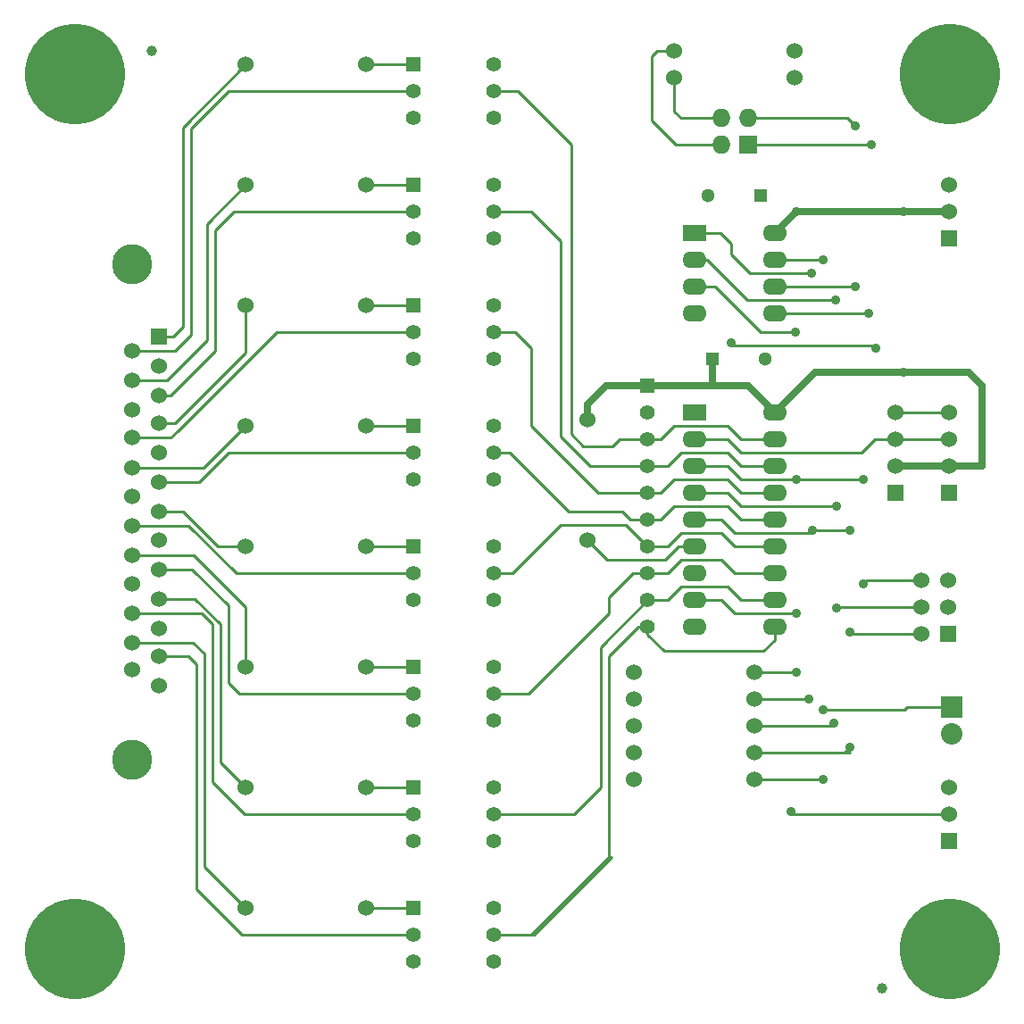
<source format=gtl>
G04 #@! TF.FileFunction,Copper,L1,Top,Signal*
%FSLAX46Y46*%
G04 Gerber Fmt 4.6, Leading zero omitted, Abs format (unit mm)*
G04 Created by KiCad (PCBNEW (after 2015-mar-04 BZR unknown)-product) date 4/26/2015 2:57:46 PM*
%MOMM*%
G01*
G04 APERTURE LIST*
%ADD10C,0.150000*%
%ADD11C,1.524000*%
%ADD12R,1.397000X1.397000*%
%ADD13C,1.397000*%
%ADD14C,3.810000*%
%ADD15R,1.524000X1.524000*%
%ADD16C,1.000000*%
%ADD17C,9.525000*%
%ADD18R,2.032000X2.032000*%
%ADD19O,2.032000X2.032000*%
%ADD20R,1.727200X1.727200*%
%ADD21O,1.727200X1.727200*%
%ADD22R,1.300000X1.300000*%
%ADD23C,1.300000*%
%ADD24R,2.286000X1.574800*%
%ADD25O,2.286000X1.574800*%
%ADD26C,0.889000*%
%ADD27C,0.254000*%
%ADD28C,0.635000*%
G04 APERTURE END LIST*
D10*
D11*
X177225000Y-142230000D03*
X188655000Y-142230000D03*
X177225000Y-165090000D03*
X188655000Y-165090000D03*
X177225000Y-153660000D03*
X188655000Y-153660000D03*
X177225000Y-130800000D03*
X188655000Y-130800000D03*
X177225000Y-119370000D03*
X188655000Y-119370000D03*
X177225000Y-107940000D03*
X188655000Y-107940000D03*
X177225000Y-96510000D03*
X188655000Y-96510000D03*
X177225000Y-85080000D03*
X188655000Y-85080000D03*
D12*
X193100000Y-85080000D03*
D13*
X193100000Y-87620000D03*
X193100000Y-90160000D03*
X200720000Y-90160000D03*
X200720000Y-87620000D03*
X200720000Y-85080000D03*
D12*
X193100000Y-165090000D03*
D13*
X193100000Y-167630000D03*
X193100000Y-170170000D03*
X200720000Y-170170000D03*
X200720000Y-167630000D03*
X200720000Y-165090000D03*
D12*
X193100000Y-153660000D03*
D13*
X193100000Y-156200000D03*
X193100000Y-158740000D03*
X200720000Y-158740000D03*
X200720000Y-156200000D03*
X200720000Y-153660000D03*
D12*
X193100000Y-142230000D03*
D13*
X193100000Y-144770000D03*
X193100000Y-147310000D03*
X200720000Y-147310000D03*
X200720000Y-144770000D03*
X200720000Y-142230000D03*
D12*
X193100000Y-130800000D03*
D13*
X193100000Y-133340000D03*
X193100000Y-135880000D03*
X200720000Y-135880000D03*
X200720000Y-133340000D03*
X200720000Y-130800000D03*
D12*
X193100000Y-119370000D03*
D13*
X193100000Y-121910000D03*
X193100000Y-124450000D03*
X200720000Y-124450000D03*
X200720000Y-121910000D03*
X200720000Y-119370000D03*
D12*
X193100000Y-107940000D03*
D13*
X193100000Y-110480000D03*
X193100000Y-113020000D03*
X200720000Y-113020000D03*
X200720000Y-110480000D03*
X200720000Y-107940000D03*
D12*
X193100000Y-96510000D03*
D13*
X193100000Y-99050000D03*
X193100000Y-101590000D03*
X200720000Y-101590000D03*
X200720000Y-99050000D03*
X200720000Y-96510000D03*
D14*
X166430000Y-104005000D03*
X166430000Y-150995000D03*
D11*
X168970000Y-144010000D03*
X168970000Y-141216000D03*
X168970000Y-138549000D03*
X168970000Y-135755000D03*
X168970000Y-132961000D03*
X168970000Y-130167000D03*
X168970000Y-127500000D03*
X168970000Y-124706000D03*
X168970000Y-121912000D03*
X168970000Y-119118000D03*
X168970000Y-116451000D03*
X168970000Y-113657000D03*
D15*
X168970000Y-110863000D03*
D11*
X166430000Y-142435200D03*
X166430000Y-139895200D03*
X166430000Y-137101200D03*
X166430000Y-134358000D03*
X166430000Y-131614800D03*
X166430000Y-128820800D03*
X166430000Y-126077600D03*
X166430000Y-123334400D03*
X166430000Y-120489600D03*
X166430000Y-117797200D03*
X166430000Y-115054000D03*
X166430000Y-112260000D03*
D15*
X243840000Y-139065000D03*
D11*
X241300000Y-139065000D03*
X243840000Y-136525000D03*
X241300000Y-136525000D03*
X243840000Y-133985000D03*
X241300000Y-133985000D03*
D12*
X215325000Y-115560000D03*
D13*
X215325000Y-118100000D03*
X215325000Y-120640000D03*
X215325000Y-123180000D03*
X215325000Y-125720000D03*
X215325000Y-128260000D03*
X215325000Y-130800000D03*
X215325000Y-133340000D03*
X215325000Y-135880000D03*
X215325000Y-138420000D03*
D16*
X168335000Y-83810000D03*
X237550000Y-172710000D03*
D15*
X238820000Y-125720000D03*
D11*
X238820000Y-123180000D03*
X238820000Y-120640000D03*
X238820000Y-118100000D03*
D17*
X244000000Y-169000000D03*
X244000000Y-86000000D03*
X161000000Y-169000000D03*
X161000000Y-86000000D03*
D15*
X243900000Y-125720000D03*
D11*
X243900000Y-123180000D03*
X243900000Y-120640000D03*
X243900000Y-118100000D03*
D15*
X243900000Y-158740000D03*
D11*
X243900000Y-156200000D03*
X243900000Y-153660000D03*
D15*
X243900000Y-101590000D03*
D11*
X243900000Y-99050000D03*
X243900000Y-96510000D03*
D18*
X244154000Y-146040000D03*
D19*
X244154000Y-148580000D03*
D11*
X214055000Y-145278000D03*
X225485000Y-145278000D03*
X214055000Y-147818000D03*
X225485000Y-147818000D03*
X214055000Y-150358000D03*
X225485000Y-150358000D03*
X209610000Y-118735000D03*
X209610000Y-130165000D03*
X214055000Y-142738000D03*
X225485000Y-142738000D03*
X214055000Y-152898000D03*
X225485000Y-152898000D03*
D20*
X224850000Y-92700000D03*
D21*
X222310000Y-92700000D03*
X224850000Y-90160000D03*
X222310000Y-90160000D03*
D11*
X229295000Y-83810000D03*
X217865000Y-83810000D03*
X229295000Y-86350000D03*
X217865000Y-86350000D03*
D22*
X226060000Y-97536000D03*
D23*
X221060000Y-97536000D03*
D22*
X221488000Y-113030000D03*
D23*
X226488000Y-113030000D03*
D24*
X219770000Y-101082000D03*
D25*
X219770000Y-103622000D03*
X219770000Y-106162000D03*
X219770000Y-108702000D03*
X227390000Y-108702000D03*
X227390000Y-106162000D03*
X227390000Y-103622000D03*
X227390000Y-101082000D03*
D24*
X219770000Y-118100000D03*
D25*
X219770000Y-120640000D03*
X219770000Y-123180000D03*
X219770000Y-125720000D03*
X219770000Y-128260000D03*
X219770000Y-130800000D03*
X219770000Y-133340000D03*
X219770000Y-135880000D03*
X219770000Y-138420000D03*
X227390000Y-138420000D03*
X227390000Y-135880000D03*
X227390000Y-133340000D03*
X227390000Y-130800000D03*
X227390000Y-128260000D03*
X227390000Y-125720000D03*
X227390000Y-123180000D03*
X227390000Y-120640000D03*
X227390000Y-118100000D03*
D26*
X230886000Y-104902000D03*
X234502000Y-149850000D03*
X234502000Y-129276000D03*
X230946000Y-129276000D03*
X234502000Y-138928000D03*
X233172000Y-107442000D03*
X233232000Y-136642000D03*
X232978000Y-147564000D03*
X233232000Y-126990000D03*
X229362000Y-110490000D03*
X230622000Y-145278000D03*
X235772000Y-124450000D03*
X229422000Y-124450000D03*
X235772000Y-134356000D03*
X229422000Y-142738000D03*
X229422000Y-137150000D03*
X228914000Y-155946000D03*
X223266000Y-111506000D03*
X236982000Y-112014000D03*
X235010000Y-106162000D03*
X235010000Y-90922000D03*
X236534000Y-92700000D03*
X236280000Y-108702000D03*
X239582000Y-114290000D03*
X239582000Y-99050000D03*
X229422000Y-99050000D03*
X231962000Y-146294000D03*
X231962000Y-103622000D03*
X231962000Y-152898000D03*
D27*
X229108000Y-104902000D02*
X230886000Y-104902000D01*
X219770000Y-101082000D02*
X222240000Y-101082000D01*
X225044000Y-104902000D02*
X229108000Y-104902000D01*
X223266000Y-103124000D02*
X225044000Y-104902000D01*
X223266000Y-102108000D02*
X223266000Y-103124000D01*
X222240000Y-101082000D02*
X223266000Y-102108000D01*
X225485000Y-150358000D02*
X233994000Y-150358000D01*
X233994000Y-150358000D02*
X234502000Y-149850000D01*
X230946000Y-129276000D02*
X234502000Y-129276000D01*
X227136000Y-129530000D02*
X230692000Y-129530000D01*
X230692000Y-129530000D02*
X230946000Y-129276000D01*
X227136000Y-129530000D02*
X223580000Y-129530000D01*
X241300000Y-139065000D02*
X234629000Y-139055000D01*
X234629000Y-139055000D02*
X234502000Y-138928000D01*
X225485000Y-150358000D02*
X234502000Y-150358000D01*
X222310000Y-128260000D02*
X219770000Y-128260000D01*
X223580000Y-129530000D02*
X222310000Y-128260000D01*
X219770000Y-103622000D02*
X220970000Y-103622000D01*
X224790000Y-107442000D02*
X233172000Y-107442000D01*
X220970000Y-103622000D02*
X224790000Y-107442000D01*
X225485000Y-147818000D02*
X232724000Y-147818000D01*
X233359000Y-136515000D02*
X233740000Y-136515000D01*
X233232000Y-136642000D02*
X233359000Y-136515000D01*
X232724000Y-147818000D02*
X232978000Y-147564000D01*
X230565000Y-126990000D02*
X233232000Y-126990000D01*
X229168000Y-126990000D02*
X230565000Y-126990000D01*
X229168000Y-126990000D02*
X224215000Y-126990000D01*
X224215000Y-126990000D02*
X222945000Y-125720000D01*
X222945000Y-125720000D02*
X219770000Y-125720000D01*
X238566000Y-136515000D02*
X233740000Y-136515000D01*
X238566000Y-136515000D02*
X241300000Y-136525000D01*
X225485000Y-147818000D02*
X232216000Y-147818000D01*
X219770000Y-106162000D02*
X221732000Y-106162000D01*
X226060000Y-110490000D02*
X229362000Y-110490000D01*
X221732000Y-106162000D02*
X226060000Y-110490000D01*
X225485000Y-145278000D02*
X230622000Y-145278000D01*
X229422000Y-124450000D02*
X233994000Y-124450000D01*
X235772000Y-124450000D02*
X233994000Y-124450000D01*
X241300000Y-133985000D02*
X236153000Y-133975000D01*
X236153000Y-133975000D02*
X235772000Y-134356000D01*
X229168000Y-124450000D02*
X229422000Y-124450000D01*
X222945000Y-123180000D02*
X224215000Y-124450000D01*
X224215000Y-124450000D02*
X229168000Y-124450000D01*
X219770000Y-123180000D02*
X222945000Y-123180000D01*
X168970000Y-110863000D02*
X170365000Y-110863000D01*
X171256000Y-91049000D02*
X177225000Y-85080000D01*
X171256000Y-109972000D02*
X171256000Y-91049000D01*
X170365000Y-110863000D02*
X171256000Y-109972000D01*
X166430000Y-112260000D02*
X170492000Y-112260000D01*
X175574000Y-87620000D02*
X193100000Y-87620000D01*
X172018000Y-91176000D02*
X175574000Y-87620000D01*
X172018000Y-110734000D02*
X172018000Y-91176000D01*
X170492000Y-112260000D02*
X172018000Y-110734000D01*
X166430000Y-115054000D02*
X169730000Y-115054000D01*
X173542000Y-100193000D02*
X177225000Y-96510000D01*
X173542000Y-111242000D02*
X173542000Y-100193000D01*
X169730000Y-115054000D02*
X173542000Y-111242000D01*
X168970000Y-116451000D02*
X170111000Y-116451000D01*
X176082000Y-99050000D02*
X193100000Y-99050000D01*
X174304000Y-100828000D02*
X176082000Y-99050000D01*
X174304000Y-112258000D02*
X174304000Y-100828000D01*
X170111000Y-116451000D02*
X174304000Y-112258000D01*
X168970000Y-119118000D02*
X170492000Y-119118000D01*
X177225000Y-112385000D02*
X177225000Y-107940000D01*
X170492000Y-119118000D02*
X177225000Y-112385000D01*
X168970000Y-119118000D02*
X168970000Y-118862000D01*
X193100000Y-110480000D02*
X180146000Y-110480000D01*
X180146000Y-110480000D02*
X170748000Y-119878000D01*
X166430000Y-120489600D02*
X170136400Y-120489600D01*
X170136400Y-120489600D02*
X170748000Y-119878000D01*
X166430000Y-123334400D02*
X173260600Y-123334400D01*
X173260600Y-123334400D02*
X177225000Y-119370000D01*
X193100000Y-121910000D02*
X175574000Y-121910000D01*
X172778000Y-124706000D02*
X168970000Y-124706000D01*
X175574000Y-121910000D02*
X172778000Y-124706000D01*
X168970000Y-127500000D02*
X171258000Y-127500000D01*
X174558000Y-130800000D02*
X177225000Y-130800000D01*
X171258000Y-127500000D02*
X174558000Y-130800000D01*
X177225000Y-130655000D02*
X177225000Y-130800000D01*
X166430000Y-128820800D02*
X171816800Y-128820800D01*
X176336000Y-133340000D02*
X193100000Y-133340000D01*
X171816800Y-128820800D02*
X176336000Y-133340000D01*
X215325000Y-138420000D02*
X215325000Y-139125000D01*
X227390000Y-139640000D02*
X227390000Y-138420000D01*
X226314000Y-140716000D02*
X227390000Y-139640000D01*
X216916000Y-140716000D02*
X226314000Y-140716000D01*
X215325000Y-139125000D02*
X216916000Y-140716000D01*
X215325000Y-138420000D02*
X214436000Y-138420000D01*
X204276000Y-167630000D02*
X200720000Y-167630000D01*
X211642000Y-160264000D02*
X204276000Y-167630000D01*
X211642000Y-141214000D02*
X211642000Y-160264000D01*
X214436000Y-138420000D02*
X211642000Y-141214000D01*
X200720000Y-167630000D02*
X204530000Y-167630000D01*
X204530000Y-167630000D02*
X211896000Y-160264000D01*
X200720000Y-156200000D02*
X208340000Y-156200000D01*
X208340000Y-156200000D02*
X210880000Y-153660000D01*
X210880000Y-140325000D02*
X215325000Y-135880000D01*
X210880000Y-153660000D02*
X210880000Y-140325000D01*
X227390000Y-135880000D02*
X224215000Y-135880000D01*
X217230000Y-135880000D02*
X215325000Y-135880000D01*
X218500000Y-134610000D02*
X217230000Y-135880000D01*
X222945000Y-134610000D02*
X218500000Y-134610000D01*
X224215000Y-135880000D02*
X222945000Y-134610000D01*
X200720000Y-144770000D02*
X204022000Y-144770000D01*
X213928000Y-133340000D02*
X215325000Y-133340000D01*
X211642000Y-135626000D02*
X213928000Y-133340000D01*
X211642000Y-137150000D02*
X211642000Y-135626000D01*
X204022000Y-144770000D02*
X211642000Y-137150000D01*
X227390000Y-133340000D02*
X223580000Y-133340000D01*
X223580000Y-133340000D02*
X222310000Y-132070000D01*
X217230000Y-133340000D02*
X215325000Y-133340000D01*
X218500000Y-132070000D02*
X217230000Y-133340000D01*
X222310000Y-132070000D02*
X218500000Y-132070000D01*
X200720000Y-133340000D02*
X202498000Y-133340000D01*
X213293000Y-128768000D02*
X215325000Y-130800000D01*
X207070000Y-128768000D02*
X213293000Y-128768000D01*
X202498000Y-133340000D02*
X207070000Y-128768000D01*
X227390000Y-130800000D02*
X223580000Y-130800000D01*
X217230000Y-130800000D02*
X215325000Y-130800000D01*
X218500000Y-129530000D02*
X217230000Y-130800000D01*
X222310000Y-129530000D02*
X218500000Y-129530000D01*
X223580000Y-130800000D02*
X222310000Y-129530000D01*
X215325000Y-128260000D02*
X213674000Y-128260000D01*
X202244000Y-121910000D02*
X200720000Y-121910000D01*
X207832000Y-127498000D02*
X202244000Y-121910000D01*
X212912000Y-127498000D02*
X207832000Y-127498000D01*
X213674000Y-128260000D02*
X212912000Y-127498000D01*
X227390000Y-128260000D02*
X224215000Y-128260000D01*
X216595000Y-128260000D02*
X215325000Y-128260000D01*
X217865000Y-126990000D02*
X216595000Y-128260000D01*
X222945000Y-126990000D02*
X217865000Y-126990000D01*
X224215000Y-128260000D02*
X222945000Y-126990000D01*
X215325000Y-125720000D02*
X210626000Y-125720000D01*
X202752000Y-110480000D02*
X200720000Y-110480000D01*
X204276000Y-112004000D02*
X202752000Y-110480000D01*
X204276000Y-119370000D02*
X204276000Y-112004000D01*
X210626000Y-125720000D02*
X204276000Y-119370000D01*
X215325000Y-125720000D02*
X214690000Y-125720000D01*
X227390000Y-125720000D02*
X224215000Y-125720000D01*
X216595000Y-125720000D02*
X215325000Y-125720000D01*
X217865000Y-124450000D02*
X216595000Y-125720000D01*
X222945000Y-124450000D02*
X217865000Y-124450000D01*
X224215000Y-125720000D02*
X222945000Y-124450000D01*
X215325000Y-123180000D02*
X209864000Y-123180000D01*
X204276000Y-99050000D02*
X200720000Y-99050000D01*
X207070000Y-101844000D02*
X204276000Y-99050000D01*
X207070000Y-120386000D02*
X207070000Y-101844000D01*
X209864000Y-123180000D02*
X207070000Y-120386000D01*
X227390000Y-123180000D02*
X224215000Y-123180000D01*
X217230000Y-123180000D02*
X215325000Y-123180000D01*
X218500000Y-121910000D02*
X217230000Y-123180000D01*
X222945000Y-121910000D02*
X218500000Y-121910000D01*
X224215000Y-123180000D02*
X222945000Y-121910000D01*
X200720000Y-87620000D02*
X203006000Y-87620000D01*
X208086000Y-92700000D02*
X208086000Y-96256000D01*
X203006000Y-87620000D02*
X208086000Y-92700000D01*
X215325000Y-120640000D02*
X212658000Y-120640000D01*
X212658000Y-120640000D02*
X212001212Y-121296788D01*
X212001212Y-121296788D02*
X209250788Y-121296788D01*
X209250788Y-121296788D02*
X208086000Y-120132000D01*
X208086000Y-120132000D02*
X208086000Y-96256000D01*
X227390000Y-120640000D02*
X224215000Y-120640000D01*
X216595000Y-120640000D02*
X215325000Y-120640000D01*
X217865000Y-119370000D02*
X216595000Y-120640000D01*
X222945000Y-119370000D02*
X217865000Y-119370000D01*
X224215000Y-120640000D02*
X222945000Y-119370000D01*
X225485000Y-142738000D02*
X229422000Y-142738000D01*
X243900000Y-156200000D02*
X229168000Y-156200000D01*
X229168000Y-156200000D02*
X228914000Y-155946000D01*
X222310000Y-135880000D02*
X223580000Y-137150000D01*
X219770000Y-135880000D02*
X222310000Y-135880000D01*
X223580000Y-137150000D02*
X225358000Y-137150000D01*
X225358000Y-137150000D02*
X227644000Y-137150000D01*
X229422000Y-137150000D02*
X227644000Y-137150000D01*
X223520000Y-111760000D02*
X223266000Y-111506000D01*
X236728000Y-111760000D02*
X223520000Y-111760000D01*
X236982000Y-112014000D02*
X236728000Y-111760000D01*
X234248000Y-90160000D02*
X224850000Y-90160000D01*
X235010000Y-90922000D02*
X234248000Y-90160000D01*
X227390000Y-106162000D02*
X235010000Y-106162000D01*
X243900000Y-118100000D02*
X238820000Y-118100000D01*
X236534000Y-92700000D02*
X224850000Y-92700000D01*
X227390000Y-108702000D02*
X236280000Y-108702000D01*
X238820000Y-120640000D02*
X236915000Y-120640000D01*
X222945000Y-120640000D02*
X219770000Y-120640000D01*
X224215000Y-121910000D02*
X222945000Y-120640000D01*
X235645000Y-121910000D02*
X224215000Y-121910000D01*
X236915000Y-120640000D02*
X235645000Y-121910000D01*
X243900000Y-120640000D02*
X238820000Y-120640000D01*
D28*
X243900000Y-99050000D02*
X239582000Y-99050000D01*
X243392000Y-114290000D02*
X239582000Y-114290000D01*
X239582000Y-114290000D02*
X231200000Y-114290000D01*
X231200000Y-114290000D02*
X227390000Y-118100000D01*
X215325000Y-115560000D02*
X211388000Y-115560000D01*
X209610000Y-117338000D02*
X209610000Y-118735000D01*
X211388000Y-115560000D02*
X209610000Y-117338000D01*
X229295000Y-86350000D02*
X229295000Y-86477000D01*
X243900000Y-99050000D02*
X232470000Y-99050000D01*
X232470000Y-99050000D02*
X229422000Y-99050000D01*
X229422000Y-99050000D02*
X227390000Y-101082000D01*
X221488000Y-115560000D02*
X224850000Y-115560000D01*
X215325000Y-115560000D02*
X221488000Y-115560000D01*
X224850000Y-115560000D02*
X227390000Y-118100000D01*
X238820000Y-123180000D02*
X243900000Y-123180000D01*
X243900000Y-123180000D02*
X247075000Y-123180000D01*
X227390000Y-118544498D02*
X227390000Y-118100000D01*
X245805000Y-114290000D02*
X243392000Y-114290000D01*
X247075000Y-115560000D02*
X245805000Y-114290000D01*
X247075000Y-123180000D02*
X247075000Y-115560000D01*
X221488000Y-113030000D02*
X221488000Y-115560000D01*
D27*
X188655000Y-85080000D02*
X193100000Y-85080000D01*
X188655000Y-96510000D02*
X193100000Y-96510000D01*
X188655000Y-107940000D02*
X193100000Y-107940000D01*
X188655000Y-119370000D02*
X193100000Y-119370000D01*
X188655000Y-130800000D02*
X193100000Y-130800000D01*
X188655000Y-142230000D02*
X193100000Y-142230000D01*
X188655000Y-153660000D02*
X193100000Y-153660000D01*
X188655000Y-165090000D02*
X193100000Y-165090000D01*
X244154000Y-146040000D02*
X239963000Y-146040000D01*
X239709000Y-146294000D02*
X231962000Y-146294000D01*
X239963000Y-146040000D02*
X239709000Y-146294000D01*
X227390000Y-103622000D02*
X231962000Y-103622000D01*
X230692000Y-152898000D02*
X231962000Y-152898000D01*
X225485000Y-152898000D02*
X230692000Y-152898000D01*
X222310000Y-92700000D02*
X217992000Y-92700000D01*
X217992000Y-92700000D02*
X215706000Y-90414000D01*
X215706000Y-86604000D02*
X215706000Y-86096000D01*
X215706000Y-90414000D02*
X215706000Y-86604000D01*
X215706000Y-86096000D02*
X215706000Y-84318000D01*
X215706000Y-84318000D02*
X216214000Y-83810000D01*
X216214000Y-83810000D02*
X217865000Y-83810000D01*
X222310000Y-90160000D02*
X218500000Y-90160000D01*
X218500000Y-90160000D02*
X217865000Y-89525000D01*
X217865000Y-89525000D02*
X217865000Y-86350000D01*
X168970000Y-141216000D02*
X171766000Y-141216000D01*
X176844000Y-167630000D02*
X193100000Y-167630000D01*
X172526000Y-163312000D02*
X176844000Y-167630000D01*
X172526000Y-141976000D02*
X172526000Y-163312000D01*
X171766000Y-141216000D02*
X172526000Y-141976000D01*
X168970000Y-135755000D02*
X172401000Y-135755000D01*
X174812000Y-151247000D02*
X177225000Y-153660000D01*
X174812000Y-138166000D02*
X174812000Y-151247000D01*
X172401000Y-135755000D02*
X174812000Y-138166000D01*
X168970000Y-135755000D02*
X169305000Y-135755000D01*
X168970000Y-132961000D02*
X172147000Y-132961000D01*
X176590000Y-144770000D02*
X193100000Y-144770000D01*
X175574000Y-143754000D02*
X176590000Y-144770000D01*
X175574000Y-136388000D02*
X175574000Y-143754000D01*
X172147000Y-132961000D02*
X175574000Y-136388000D01*
X173288000Y-153406000D02*
X173288000Y-161153000D01*
X173288000Y-161153000D02*
X177225000Y-165090000D01*
X166430000Y-139895200D02*
X172223200Y-139895200D01*
X173288000Y-140960000D02*
X173288000Y-153406000D01*
X172223200Y-139895200D02*
X173288000Y-140960000D01*
X166430000Y-137101200D02*
X173028776Y-137101200D01*
X177098000Y-156200000D02*
X193100000Y-156200000D01*
X174050000Y-153152000D02*
X177098000Y-156200000D01*
X174050000Y-138122424D02*
X174050000Y-153152000D01*
X173028776Y-137101200D02*
X174050000Y-138122424D01*
X166430000Y-131614800D02*
X172324800Y-131614800D01*
X177225000Y-136515000D02*
X177225000Y-142230000D01*
X172324800Y-131614800D02*
X177225000Y-136515000D01*
X219770000Y-130800000D02*
X218246000Y-130800000D01*
X211515000Y-132070000D02*
X209610000Y-130165000D01*
X216976000Y-132070000D02*
X211515000Y-132070000D01*
X218246000Y-130800000D02*
X216976000Y-132070000D01*
M02*

</source>
